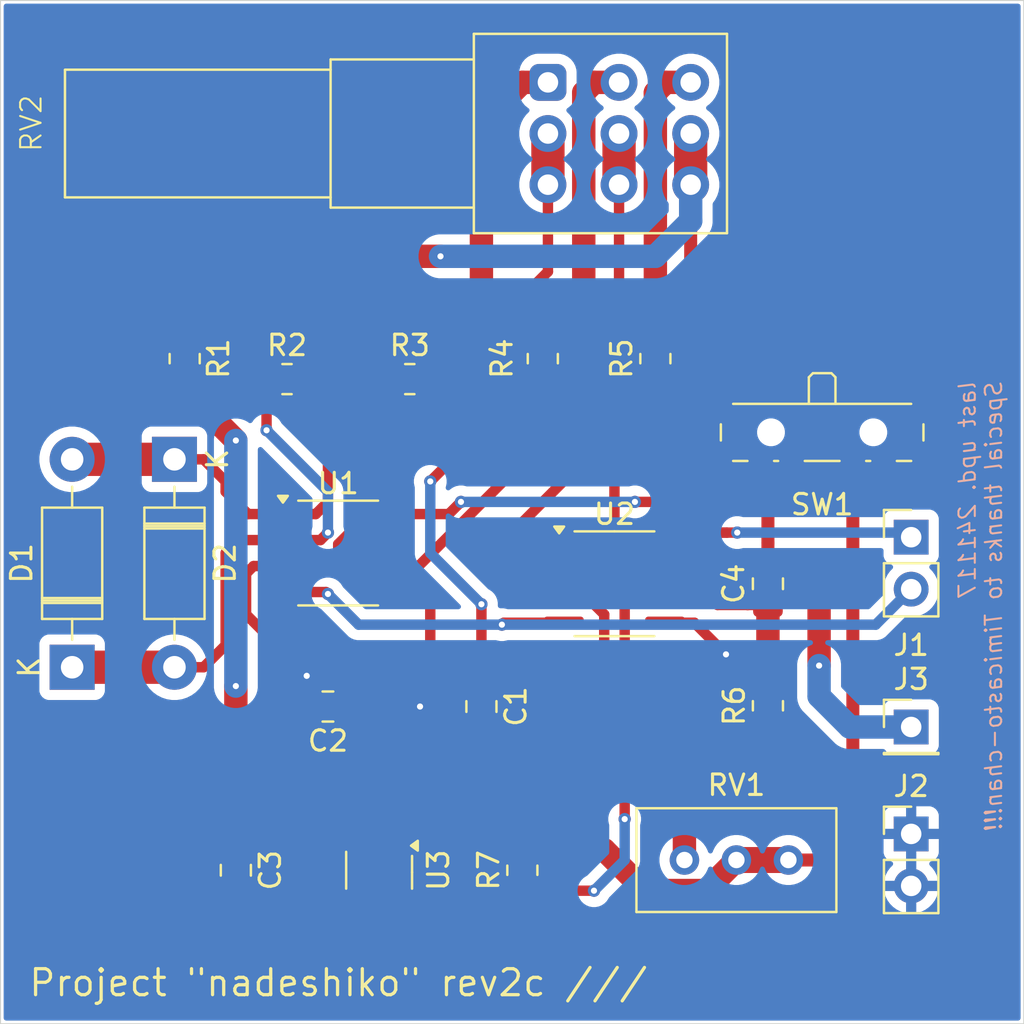
<source format=kicad_pcb>
(kicad_pcb (version 20241010) (generator "pcbnew") (generator_version "8.99")
  (title_block (title "Project nadeshiko") (date "2024-11-16") (rev "2c"))
  (layers (0 "F.Cu" signal) (2 "B.Cu" signal) (13 "F.Paste" user) (15 "B.Paste" user) (5 "F.SilkS" user "F.Silkscreen") (7 "B.SilkS" user "B.Silkscreen") (1 "F.Mask" user) (3 "B.Mask" user) (25 "Edge.Cuts" user))
  (net 0 "")
  (net 1 "GND")
  (net 2 "Net-(U1B-+)")
  (net 3 "Net-(U2A-+)")
  (net 4 "Net-(U3A-+)")
  (net 5 "Net-(U2B--)")
  (net 6 "/OUT")
  (net 7 "Net-(D1-A)")
  (net 8 "Net-(D1-K)")
  (net 9 "Net-(R3-Pad2)")
  (net 10 "Net-(U1B--)")
  (net 11 "Net-(R4-Pad2)")
  (net 12 "Net-(R5-Pad2)")
  (net 13 "Net-(U2A--)")
  (net 14 "Net-(R6-Pad1)")
  (net 15 "+12V")
  (net 16 "Net-(R7-Pad2)")
  (net 18 "-12V")
  (footprint "Potentiometer_THT:Potentiometer_Bourns_3296W_Vertical" (layer "F.Cu") (at 157 109)
    (property "Reference" "RV1" (at -2.54 -3.66 0) (layer "F.SilkS"))
    (property "Value" "R_Potentiometer")
    (fp_line (start -7.425 -2.53) (end -7.425 2.54) (stroke (width 0.12)) (layer "F.SilkS"))
    (fp_line (start -7.425 -2.53) (end 2.345 -2.53) (stroke (width 0.12)) (layer "F.SilkS"))
    (fp_line (start -7.425 2.54) (end 2.345 2.54) (stroke (width 0.12)) (layer "F.SilkS"))
    (fp_line (start 2.345 -2.53) (end 2.345 2.54) (stroke (width 0.12)) (layer "F.SilkS"))
    (pad "1" thru_hole circle (at 0 0) (size 1.44 1.44) (drill 0.8) (layers "*.Cu" "*.Mask") (net 16 "Net-(R7-Pad2)"))
    (pad "2" thru_hole circle (at -2.54 0) (size 1.44 1.44) (drill 0.8) (layers "*.Cu" "*.Mask") (net 16 "Net-(R7-Pad2)"))
    (pad "3" thru_hole circle (at -5.08 0) (size 1.44 1.44) (drill 0.8) (layers "*.Cu" "*.Mask") (net 14 "Net-(R6-Pad1)"))
  )
  (footprint "Package_TO_SOT_SMD:SOT-23-5_HandSoldering" (layer "F.Cu") (at 137 109.5 -90)
    (property "Reference" "U3" (at 0 -2.9 90) (layer "F.SilkS"))
    (property "Value" "TLV1812")
    (fp_line (start -0.9 1.61) (end 0.9 1.61) (stroke (width 0.12)) (layer "F.SilkS"))
    (fp_line (start 0.1 -1.61) (end -0.7 -1.61) (stroke (width 0.12)) (layer "F.SilkS"))
    (fp_line (start 0.1 -1.61) (end 0.9 -1.61) (stroke (width 0.12)) (layer "F.SilkS"))
    (fp_poly (pts (xy -1.2 -1.56) (xy -1.44 -1.89) (xy -0.96 -1.89) (xy -1.2 -1.56)) (stroke (width 0.12)) (fill solid) (layer "F.SilkS"))
    (pad "1" smd roundrect (at -1.35 -0.95 270) (size 1.56 0.65) (layers "F.Cu" "F.Mask" "F.Paste") (net 16 "Net-(R7-Pad2)"))
    (pad "2" smd roundrect (at -1.35 0 270) (size 1.56 0.65) (layers "F.Cu" "F.Mask" "F.Paste") (net 1 "GND"))
    (pad "3" smd roundrect (at -1.35 0.95 270) (size 1.56 0.65) (layers "F.Cu" "F.Mask" "F.Paste") (net 4 "Net-(U3A-+)"))
    (pad "4" smd roundrect (at 1.35 0.95 270) (size 1.56 0.65) (layers "F.Cu" "F.Mask" "F.Paste") (net 1 "GND"))
    (pad "5" smd roundrect (at 1.35 -0.95 270) (size 1.56 0.65) (layers "F.Cu" "F.Mask" "F.Paste") (net 15 "+12V"))
  )
  (footprint "Connector_PinHeader_2.54mm:PinHeader_1x01_P2.54mm_Vertical" (layer "F.Cu") (at 163 102.5)
    (property "Reference" "J3" (at 0 -2.33 0) (layer "F.SilkS"))
    (property "Value" "OUT_Pin")
    (fp_line (start -1.33 -1.33) (end 0 -1.33) (stroke (width 0.12)) (layer "F.SilkS"))
    (fp_line (start -1.33 0) (end -1.33 -1.33) (stroke (width 0.12)) (layer "F.SilkS"))
    (fp_line (start -1.33 1.27) (end -1.33 1.33) (stroke (width 0.12)) (layer "F.SilkS"))
    (fp_line (start -1.33 1.27) (end 1.33 1.27) (stroke (width 0.12)) (layer "F.SilkS"))
    (fp_line (start -1.33 1.33) (end 1.33 1.33) (stroke (width 0.12)) (layer "F.SilkS"))
    (fp_line (start 1.33 1.27) (end 1.33 1.33) (stroke (width 0.12)) (layer "F.SilkS"))
    (pad "1" thru_hole rect (at 0 0) (size 1.7 1.7) (drill 1) (layers "*.Cu" "*.Mask") (net 6 "/OUT"))
  )
  (footprint "Resistor_SMD:R_0805_2012Metric_Pad1.20x1.40mm_HandSolder" (layer "F.Cu") (at 138.5 85.5)
    (property "Reference" "R3" (at 0 -1.65 0) (layer "F.SilkS"))
    (property "Value" "10k")
    (fp_line (start -0.227064 -0.735) (end 0.227064 -0.735) (stroke (width 0.12)) (layer "F.SilkS"))
    (fp_line (start -0.227064 0.735) (end 0.227064 0.735) (stroke (width 0.12)) (layer "F.SilkS"))
    (pad "1" smd roundrect (at -1 0) (size 1.2 1.4) (layers "F.Cu" "F.Mask" "F.Paste") (roundrect_rratio 0.208333) (net 7 "Net-(D1-A)"))
    (pad "2" smd roundrect (at 1 0) (size 1.2 1.4) (layers "F.Cu" "F.Mask" "F.Paste") (roundrect_rratio 0.208333) (net 9 "Net-(R3-Pad2)"))
  )
  (footprint "Resistor_SMD:R_0805_2012Metric_Pad1.20x1.40mm_HandSolder" (layer "F.Cu") (at 156 101.4625 90)
    (property "Reference" "R6" (at 0 -1.65 90) (layer "F.SilkS"))
    (property "Value" "8k")
    (fp_line (start -0.227064 -0.735) (end 0.227064 -0.735) (stroke (width 0.12)) (layer "F.SilkS"))
    (fp_line (start -0.227064 0.735) (end 0.227064 0.735) (stroke (width 0.12)) (layer "F.SilkS"))
    (pad "1" smd roundrect (at -1 0 90) (size 1.2 1.4) (layers "F.Cu" "F.Mask" "F.Paste") (roundrect_rratio 0.208333) (net 14 "Net-(R6-Pad1)"))
    (pad "2" smd roundrect (at 1 0 90) (size 1.2 1.4) (layers "F.Cu" "F.Mask" "F.Paste") (roundrect_rratio 0.208333) (net 5 "Net-(U2B--)"))
  )
  (footprint "Resistor_SMD:R_0805_2012Metric_Pad1.20x1.40mm_HandSolder" (layer "F.Cu") (at 127.5 84.5 -90)
    (property "Reference" "R1" (at 0 -1.65 90) (layer "F.SilkS"))
    (property "Value" "10k")
    (fp_line (start -0.227064 0.735) (end 0.227064 0.735) (stroke (width 0.12)) (layer "F.SilkS"))
    (fp_line (start -0.227064 -0.735) (end 0.227064 -0.735) (stroke (width 0.12)) (layer "F.SilkS"))
    (pad "1" smd roundrect (at -1 0 270) (size 1.2 1.4) (layers "F.Cu" "F.Mask" "F.Paste") (roundrect_rratio 0.208333) (net 4 "Net-(U3A-+)"))
    (pad "2" smd roundrect (at 1 0 270) (size 1.2 1.4) (layers "F.Cu" "F.Mask" "F.Paste") (roundrect_rratio 0.208333) (net 8 "Net-(D1-K)"))
  )
  (footprint "Capacitor_SMD:C_0805_2012Metric_Pad1.18x1.45mm_HandSolder" (layer "F.Cu") (at 134.5 101.5 180)
    (property "Reference" "C2" (at 0 -1.68 0) (layer "F.SilkS"))
    (property "Value" "3.3nF")
    (fp_line (start -0.261252 0.735) (end 0.261252 0.735) (stroke (width 0.12)) (layer "F.SilkS"))
    (fp_line (start -0.261252 -0.735) (end 0.261252 -0.735) (stroke (width 0.12)) (layer "F.SilkS"))
    (pad "1" smd roundrect (at -1.0375 0 180) (size 1.175 1.45) (layers "F.Cu" "F.Mask" "F.Paste") (roundrect_rratio 0.212766) (net 3 "Net-(U2A-+)"))
    (pad "2" smd roundrect (at 1.0375 0 180) (size 1.175 1.45) (layers "F.Cu" "F.Mask" "F.Paste") (roundrect_rratio 0.212766) (net 1 "GND"))
  )
  (footprint "custom_library:potentiometer_RK097_Tri" (layer "F.Cu") (at 137 83.5)
    (property "Reference" "RV2" (at -17 -10.5 90) (layer "F.SilkS") (effects (font (thickness 0.1))))
    (property "Value" "potentiometer_RK097_Tri")
    (fp_line (start -15.35 -6.88) (end -15.35 -13.1) (stroke (width 0.12)) (layer "F.SilkS"))
    (fp_line (start -2.37 -13.12) (end -15.35 -13.12) (stroke (width 0.12)) (layer "F.SilkS"))
    (fp_line (start -2.37 -6.88) (end -15.35 -6.88) (stroke (width 0.12)) (layer "F.SilkS"))
    (fp_line (start -2.37 -6.38) (end -2.37 -13.62) (stroke (width 0.12)) (layer "F.SilkS"))
    (fp_line (start 4.63 -13.62) (end -2.37 -13.62) (stroke (width 0.12)) (layer "F.SilkS"))
    (fp_line (start 4.63 -6.38) (end -2.37 -6.38) (stroke (width 0.12)) (layer "F.SilkS"))
    (fp_line (start 4.63 -5.13) (end 4.63 -14.87) (stroke (width 0.12)) (layer "F.SilkS"))
    (fp_line (start 17 -14.87) (end 4.63 -14.87) (stroke (width 0.12)) (layer "F.SilkS"))
    (fp_line (start 17 -5.13) (end 4.63 -5.13) (stroke (width 0.12)) (layer "F.SilkS"))
    (fp_line (start 17 -5.13) (end 17 -14.87) (stroke (width 0.12)) (layer "F.SilkS"))
    (pad "1" thru_hole roundrect (at 8.25 -12.5 180) (size 1.8 1.8) (drill 1) (layers "*.Cu" "*.Mask") (net 9 "Net-(R3-Pad2)"))
    (pad "2" thru_hole circle (at 8.25 -10 180) (size 1.8 1.8) (drill 1) (layers "*.Cu" "*.Mask") (net 2 "Net-(U1B-+)"))
    (pad "3" thru_hole circle (at 8.25 -7.5 180) (size 1.8 1.8) (drill 1) (layers "*.Cu" "*.Mask") (net 2 "Net-(U1B-+)"))
    (pad "4" thru_hole circle (at 11.725 -12.5 180) (size 1.8 1.8) (drill 1) (layers "*.Cu" "*.Mask") (net 11 "Net-(R4-Pad2)"))
    (pad "5" thru_hole circle (at 11.725 -10 180) (size 1.8 1.8) (drill 1) (layers "*.Cu" "*.Mask") (net 3 "Net-(U2A-+)"))
    (pad "6" thru_hole circle (at 11.725 -7.5 180) (size 1.8 1.8) (drill 1) (layers "*.Cu" "*.Mask") (net 3 "Net-(U2A-+)"))
    (pad "7" thru_hole circle (at 15.225 -12.5 180) (size 1.8 1.8) (drill 1) (layers "*.Cu" "*.Mask") (net 12 "Net-(R5-Pad2)"))
    (pad "8" thru_hole circle (at 15.225 -10 180) (size 1.8 1.8) (drill 1) (layers "*.Cu" "*.Mask") (net 4 "Net-(U3A-+)"))
    (pad "9" thru_hole circle (at 15.225 -7.5 180) (size 1.8 1.8) (drill 1) (layers "*.Cu" "*.Mask") (net 4 "Net-(U3A-+)"))
  )
  (footprint "Capacitor_SMD:C_0805_2012Metric_Pad1.18x1.45mm_HandSolder" (layer "F.Cu") (at 142 101.5 -90)
    (property "Reference" "C1" (at 0 -1.68 90) (layer "F.SilkS"))
    (property "Value" "3.3nF")
    (fp_line (start -0.261252 0.735) (end 0.261252 0.735) (stroke (width 0.12)) (layer "F.SilkS"))
    (fp_line (start -0.261252 -0.735) (end 0.261252 -0.735) (stroke (width 0.12)) (layer "F.SilkS"))
    (pad "1" smd roundrect (at -1.0375 0 270) (size 1.175 1.45) (layers "F.Cu" "F.Mask" "F.Paste") (roundrect_rratio 0.212766) (net 2 "Net-(U1B-+)"))
    (pad "2" smd roundrect (at 1.0375 0 270) (size 1.175 1.45) (layers "F.Cu" "F.Mask" "F.Paste") (roundrect_rratio 0.212766) (net 1 "GND"))
  )
  (footprint "Diode_THT:D_DO-41_SOD81_P10.16mm_Horizontal" (layer "F.Cu") (at 122 99.58 90)
    (property "Reference" "D1" (at 5.08 -2.47 90) (layer "F.SilkS"))
    (property "Value" "1N4742")
    (fp_line (start 7.8 -1.47) (end 2.36 -1.47) (stroke (width 0.12)) (layer "F.SilkS"))
    (fp_line (start 3.38 -1.47) (end 3.38 1.47) (stroke (width 0.12)) (layer "F.SilkS"))
    (fp_line (start 3.26 -1.47) (end 3.26 1.47) (stroke (width 0.12)) (layer "F.SilkS"))
    (fp_line (start 3.14 -1.47) (end 3.14 1.47) (stroke (width 0.12)) (layer "F.SilkS"))
    (fp_line (start 2.36 -1.47) (end 2.36 1.47) (stroke (width 0.12)) (layer "F.SilkS"))
    (fp_line (start 8.82 0) (end 7.8 0) (stroke (width 0.12)) (layer "F.SilkS"))
    (fp_line (start 1.34 0) (end 2.36 0) (stroke (width 0.12)) (layer "F.SilkS"))
    (fp_line (start 7.8 1.47) (end 7.8 -1.47) (stroke (width 0.12)) (layer "F.SilkS"))
    (fp_line (start 2.36 1.47) (end 7.8 1.47) (stroke (width 0.12)) (layer "F.SilkS"))
    (fp_text user "K" (at 0 -2.1 90) (layer "F.SilkS"))
    (pad "1" thru_hole rect (at 0 0 90) (size 2.2 2.2) (drill 1.1) (layers "*.Cu" "*.Mask") (net 8 "Net-(D1-K)"))
    (pad "2" thru_hole oval (at 10.16 0 90) (size 2.2 2.2) (drill 1.1) (layers "*.Cu" "*.Mask") (net 7 "Net-(D1-A)"))
  )
  (footprint "Resistor_SMD:R_0805_2012Metric_Pad1.20x1.40mm_HandSolder" (layer "F.Cu") (at 150.5 84.5 90)
    (property "Reference" "R5" (at 0 -1.65 90) (layer "F.SilkS"))
    (property "Value" "10k")
    (fp_line (start -0.227064 -0.735) (end 0.227064 -0.735) (stroke (width 0.12)) (layer "F.SilkS"))
    (fp_line (start -0.227064 0.735) (end 0.227064 0.735) (stroke (width 0.12)) (layer "F.SilkS"))
    (pad "1" smd roundrect (at -1 0 90) (size 1.2 1.4) (layers "F.Cu" "F.Mask" "F.Paste") (roundrect_rratio 0.208333) (net 13 "Net-(U2A--)"))
    (pad "2" smd roundrect (at 1 0 90) (size 1.2 1.4) (layers "F.Cu" "F.Mask" "F.Paste") (roundrect_rratio 0.208333) (net 12 "Net-(R5-Pad2)"))
  )
  (footprint "Connector_PinHeader_2.54mm:PinHeader_1x02_P2.54mm_Vertical" (layer "F.Cu") (at 163 107.725)
    (property "Reference" "J2" (at 0 -2.33 0) (layer "F.SilkS"))
    (property "Value" "GND_Pin")
    (fp_line (start -1.33 -1.33) (end 0 -1.33) (stroke (width 0.12)) (layer "F.SilkS"))
    (fp_line (start -1.33 0) (end -1.33 -1.33) (stroke (width 0.12)) (layer "F.SilkS"))
    (fp_line (start -1.33 1.27) (end -1.33 3.87) (stroke (width 0.12)) (layer "F.SilkS"))
    (fp_line (start -1.33 1.27) (end 1.33 1.27) (stroke (width 0.12)) (layer "F.SilkS"))
    (fp_line (start -1.33 3.87) (end 1.33 3.87) (stroke (width 0.12)) (layer "F.SilkS"))
    (fp_line (start 1.33 1.27) (end 1.33 3.87) (stroke (width 0.12)) (layer "F.SilkS"))
    (pad "1" thru_hole rect (at 0 0) (size 1.7 1.7) (drill 1) (layers "*.Cu" "*.Mask") (net 1 "GND"))
    (pad "2" thru_hole oval (at 0 2.54) (size 1.7 1.7) (drill 1) (layers "*.Cu" "*.Mask") (net 1 "GND"))
  )
  (footprint "Capacitor_SMD:C_0805_2012Metric_Pad1.18x1.45mm_HandSolder" (layer "F.Cu") (at 130 109.5 -90)
    (property "Reference" "C3" (at 0 -1.68 90) (layer "F.SilkS"))
    (property "Value" "3.3nF")
    (fp_line (start -0.261252 0.735) (end 0.261252 0.735) (stroke (width 0.12)) (layer "F.SilkS"))
    (fp_line (start -0.261252 -0.735) (end 0.261252 -0.735) (stroke (width 0.12)) (layer "F.SilkS"))
    (pad "1" smd roundrect (at -1.0375 0 270) (size 1.175 1.45) (layers "F.Cu" "F.Mask" "F.Paste") (roundrect_rratio 0.212766) (net 4 "Net-(U3A-+)"))
    (pad "2" smd roundrect (at 1.0375 0 270) (size 1.175 1.45) (layers "F.Cu" "F.Mask" "F.Paste") (roundrect_rratio 0.212766) (net 1 "GND"))
  )
  (footprint "Resistor_SMD:R_0805_2012Metric_Pad1.20x1.40mm_HandSolder" (layer "F.Cu") (at 145 84.5 90)
    (property "Reference" "R4" (at 0 -2 90) (layer "F.SilkS"))
    (property "Value" "10k")
    (fp_line (start -0.227064 -0.735) (end 0.227064 -0.735) (stroke (width 0.12)) (layer "F.SilkS"))
    (fp_line (start -0.227064 0.735) (end 0.227064 0.735) (stroke (width 0.12)) (layer "F.SilkS"))
    (pad "1" smd roundrect (at -1 0 90) (size 1.2 1.4) (layers "F.Cu" "F.Mask" "F.Paste") (roundrect_rratio 0.208333) (net 10 "Net-(U1B--)"))
    (pad "2" smd roundrect (at 1 0 90) (size 1.2 1.4) (layers "F.Cu" "F.Mask" "F.Paste") (roundrect_rratio 0.208333) (net 11 "Net-(R4-Pad2)"))
  )
  (footprint "Diode_THT:D_DO-41_SOD81_P10.16mm_Horizontal" (layer "F.Cu") (at 127 89.42 -90)
    (property "Reference" "D2" (at 5.08 -2.47 90) (layer "F.SilkS"))
    (property "Value" "1N4742" (hide yes))
    (fp_line (start 2.36 1.47) (end 7.8 1.47) (stroke (width 0.12)) (layer "F.SilkS"))
    (fp_line (start 7.8 1.47) (end 7.8 -1.47) (stroke (width 0.12)) (layer "F.SilkS"))
    (fp_line (start 1.34 0) (end 2.36 0) (stroke (width 0.12)) (layer "F.SilkS"))
    (fp_line (start 8.82 0) (end 7.8 0) (stroke (width 0.12)) (layer "F.SilkS"))
    (fp_line (start 2.36 -1.47) (end 2.36 1.47) (stroke (width 0.12)) (layer "F.SilkS"))
    (fp_line (start 3.14 -1.47) (end 3.14 1.47) (stroke (width 0.12)) (layer "F.SilkS"))
    (fp_line (start 3.26 -1.47) (end 3.26 1.47) (stroke (width 0.12)) (layer "F.SilkS"))
    (fp_line (start 3.38 -1.47) (end 3.38 1.47) (stroke (width 0.12)) (layer "F.SilkS"))
    (fp_line (start 7.8 -1.47) (end 2.36 -1.47) (stroke (width 0.12)) (layer "F.SilkS"))
    (fp_text user "K" (at 0 -2.1 90) (layer "F.SilkS"))
    (pad "1" thru_hole rect (at 0 0 270) (size 2.2 2.2) (drill 1.1) (layers "*.Cu" "*.Mask") (net 7 "Net-(D1-A)"))
    (pad "2" thru_hole oval (at 10.16 0 270) (size 2.2 2.2) (drill 1.1) (layers "*.Cu" "*.Mask") (net 8 "Net-(D1-K)"))
  )
  (footprint "Package_SO:SOIC-8_3.9x4.9mm_P1.27mm" (layer "F.Cu") (at 148.5 95.5)
    (property "Reference" "U2" (at 0 -3.4 0) (layer "F.SilkS"))
    (property "Value" "OPA2189")
    (fp_line (start 0 -2.56) (end -1.95 -2.56) (stroke (width 0.12)) (layer "F.SilkS"))
    (fp_line (start 0 -2.56) (end 1.95 -2.56) (stroke (width 0.12)) (layer "F.SilkS"))
    (fp_line (start 0 2.56) (end -1.95 2.56) (stroke (width 0.12)) (layer "F.SilkS"))
    (fp_line (start 0 2.56) (end 1.95 2.56) (stroke (width 0.12)) (layer "F.SilkS"))
    (fp_poly (pts (xy -2.7 -2.465) (xy -2.94 -2.795) (xy -2.46 -2.795) (xy -2.7 -2.465)) (stroke (width 0.12)) (fill solid) (layer "F.SilkS"))
    (pad "1" smd roundrect (at -2.475 -1.905) (size 1.95 0.6) (layers "F.Cu" "F.Mask" "F.Paste") (net 13 "Net-(U2A--)"))
    (pad "2" smd roundrect (at -2.475 -0.635) (size 1.95 0.6) (layers "F.Cu" "F.Mask" "F.Paste") (net 13 "Net-(U2A--)"))
    (pad "3" smd roundrect (at -2.475 0.635) (size 1.95 0.6) (layers "F.Cu" "F.Mask" "F.Paste") (net 3 "Net-(U2A-+)"))
    (pad "4" smd roundrect (at -2.475 1.905) (size 1.95 0.6) (layers "F.Cu" "F.Mask" "F.Paste") (net 18 "-12V"))
    (pad "5" smd roundrect (at 2.475 1.905) (size 1.95 0.6) (layers "F.Cu" "F.Mask" "F.Paste") (net 1 "GND"))
    (pad "6" smd roundrect (at 2.475 0.635) (size 1.95 0.6) (layers "F.Cu" "F.Mask" "F.Paste") (net 5 "Net-(U2B--)"))
    (pad "7" smd roundrect (at 2.475 -0.635) (size 1.95 0.6) (layers "F.Cu" "F.Mask" "F.Paste") (net 6 "/OUT"))
    (pad "8" smd roundrect (at 2.475 -1.905) (size 1.95 0.6) (layers "F.Cu" "F.Mask" "F.Paste") (net 15 "+12V"))
  )
  (footprint "Button_Switch_SMD:SW_SP3T_PCM13" (layer "F.Cu") (at 158.65 88.43 180)
    (property "Reference" "SW1" (at 0 -3.2 0) (layer "F.SilkS"))
    (property "Value" "SW_SP3T")
    (fp_line (start 4.95 0.72) (end 4.95 -0.07) (stroke (width 0.12)) (layer "F.SilkS"))
    (fp_line (start 3.65 -1.07) (end 4.35 -1.07) (stroke (width 0.12)) (layer "F.SilkS"))
    (fp_line (start 2.15 -1.07) (end 2.35 -1.07) (stroke (width 0.12)) (layer "F.SilkS"))
    (fp_line (start 0.65 3.02) (end 0.65 1.72) (stroke (width 0.12)) (layer "F.SilkS"))
    (fp_line (start 0.65 3.02) (end 0.45 3.22) (stroke (width 0.12)) (layer "F.SilkS"))
    (fp_line (start 0.45 3.22) (end -0.45 3.22) (stroke (width 0.12)) (layer "F.SilkS"))
    (fp_line (start -0.65 3.02) (end -0.45 3.22) (stroke (width 0.12)) (layer "F.SilkS"))
    (fp_line (start -0.65 1.72) (end -0.65 3.02) (stroke (width 0.12)) (layer "F.SilkS"))
    (fp_line (start -0.85 -1.07) (end 0.85 -1.07) (stroke (width 0.12)) (layer "F.SilkS"))
    (fp_line (start -2.35 -1.07) (end -2.15 -1.07) (stroke (width 0.12)) (layer "F.SilkS"))
    (fp_line (start -4.35 1.72) (end 4.35 1.72) (stroke (width 0.12)) (layer "F.SilkS"))
    (fp_line (start -4.35 -1.07) (end -3.65 -1.07) (stroke (width 0.12)) (layer "F.SilkS"))
    (fp_line (start -4.95 -0.07) (end -4.95 0.72) (stroke (width 0.12)) (layer "F.SilkS"))
    (pad "" smd rect (at -5.15 -0.78 180) (size 1 0.8) (layers "F.Cu" "F.Mask" "F.Paste"))
    (pad "" smd rect (at -5.15 1.43 180) (size 1 0.8) (layers "F.Cu" "F.Mask" "F.Paste"))
    (pad "" np_thru_hole circle (at -2.5 0.33 180) (size 0.9 0.9) (drill 0.9) (layers "*.Cu" "*.Mask"))
    (pad "" np_thru_hole circle (at 2.5 0.33 180) (size 0.9 0.9) (drill 0.9) (layers "*.Cu" "*.Mask"))
    (pad "" smd rect (at 5.15 -0.78 180) (size 1 0.8) (layers "F.Cu" "F.Mask" "F.Paste"))
    (pad "" smd rect (at 5.15 1.43 180) (size 1 0.8) (layers "F.Cu" "F.Mask" "F.Paste"))
    (pad "1" smd rect (at -3 -1.43 180) (size 0.7 1.5) (layers "F.Cu" "F.Mask" "F.Paste") (net 4 "Net-(U3A-+)"))
    (pad "2" smd rect (at -1.5 -1.43 180) (size 0.7 1.5) (layers "F.Cu" "F.Mask" "F.Paste") (net 16 "Net-(R7-Pad2)"))
    (pad "3" smd rect (at 1.5 -1.43 180) (size 0.7 1.5) (layers "F.Cu" "F.Mask" "F.Paste") (net 6 "/OUT"))
    (pad "4" smd rect (at 3 -1.43 180) (size 0.7 1.5) (layers "F.Cu" "F.Mask" "F.Paste"))
  )
  (footprint "Package_SO:SOIC-8_3.9x4.9mm_P1.27mm" (layer "F.Cu") (at 135 94)
    (property "Reference" "U1" (at 0 -3.4 0) (layer "F.SilkS"))
    (property "Value" "OPA2189")
    (fp_line (start 0 -2.56) (end -1.95 -2.56) (stroke (width 0.12)) (layer "F.SilkS"))
    (fp_line (start 0 -2.56) (end 1.95 -2.56) (stroke (width 0.12)) (layer "F.SilkS"))
    (fp_line (start 0 2.56) (end -1.95 2.56) (stroke (width 0.12)) (layer "F.SilkS"))
    (fp_line (start 0 2.56) (end 1.95 2.56) (stroke (width 0.12)) (layer "F.SilkS"))
    (fp_poly (pts (xy -2.7 -2.465) (xy -2.94 -2.795) (xy -2.46 -2.795) (xy -2.7 -2.465)) (stroke (width 0.12)) (fill solid) (layer "F.SilkS"))
    (pad "1" smd roundrect (at -2.475 -1.905) (size 1.95 0.6) (layers "F.Cu" "F.Mask" "F.Paste") (net 7 "Net-(D1-A)"))
    (pad "2" smd roundrect (at -2.475 -0.635) (size 1.95 0.6) (layers "F.Cu" "F.Mask" "F.Paste") (net 8 "Net-(D1-K)"))
    (pad "3" smd roundrect (at -2.475 0.635) (size 1.95 0.6) (layers "F.Cu" "F.Mask" "F.Paste") (net 1 "GND"))
    (pad "4" smd roundrect (at -2.475 1.905) (size 1.95 0.6) (layers "F.Cu" "F.Mask" "F.Paste") (net 18 "-12V"))
    (pad "5" smd roundrect (at 2.475 1.905) (size 1.95 0.6) (layers "F.Cu" "F.Mask" "F.Paste") (net 2 "Net-(U1B-+)"))
    (pad "6" smd roundrect (at 2.475 0.635) (size 1.95 0.6) (layers "F.Cu" "F.Mask" "F.Paste") (net 10 "Net-(U1B--)"))
    (pad "7" smd roundrect (at 2.475 -0.635) (size 1.95 0.6) (layers "F.Cu" "F.Mask" "F.Paste") (net 10 "Net-(U1B--)"))
    (pad "8" smd roundrect (at 2.475 -1.905) (size 1.95 0.6) (layers "F.Cu" "F.Mask" "F.Paste") (net 15 "+12V"))
  )
  (footprint "Resistor_SMD:R_0805_2012Metric_Pad1.20x1.40mm_HandSolder" (layer "F.Cu") (at 132.5 85.5)
    (property "Reference" "R2" (at 0 -1.65 0) (layer "F.SilkS"))
    (property "Value" "300k")
    (fp_line (start -0.227064 -0.735) (end 0.227064 -0.735) (stroke (width 0.12)) (layer "F.SilkS"))
    (fp_line (start -0.227064 0.735) (end 0.227064 0.735) (stroke (width 0.12)) (layer "F.SilkS"))
    (pad "1" smd roundrect (at -1 0) (size 1.2 1.4) (layers "F.Cu" "F.Mask" "F.Paste") (roundrect_rratio 0.208333) (net 8 "Net-(D1-K)"))
    (pad "2" smd roundrect (at 1 0) (size 1.2 1.4) (layers "F.Cu" "F.Mask" "F.Paste") (roundrect_rratio 0.208333) (net 7 "Net-(D1-A)"))
  )
  (footprint "Capacitor_SMD:C_0805_2012Metric_Pad1.18x1.45mm_HandSolder" (layer "F.Cu") (at 156 95.5 90)
    (property "Reference" "C4" (at 0 -1.68 90) (layer "F.SilkS"))
    (property "Value" "47nF")
    (fp_line (start -0.261252 -0.735) (end 0.261252 -0.735) (stroke (width 0.12)) (layer "F.SilkS"))
    (fp_line (start -0.261252 0.735) (end 0.261252 0.735) (stroke (width 0.12)) (layer "F.SilkS"))
    (pad "1" smd roundrect (at -1.0375 0 90) (size 1.175 1.45) (layers "F.Cu" "F.Mask" "F.Paste") (roundrect_rratio 0.212766) (net 5 "Net-(U2B--)"))
    (pad "2" smd roundrect (at 1.0375 0 90) (size 1.175 1.45) (layers "F.Cu" "F.Mask" "F.Paste") (roundrect_rratio 0.212766) (net 6 "/OUT"))
  )
  (footprint "Resistor_SMD:R_0805_2012Metric_Pad1.20x1.40mm_HandSolder" (layer "F.Cu") (at 144 109.5 90)
    (property "Reference" "R7" (at 0 -1.65 90) (layer "F.SilkS"))
    (property "Value" "1k")
    (fp_line (start -0.227064 -0.735) (end 0.227064 -0.735) (stroke (width 0.12)) (layer "F.SilkS"))
    (fp_line (start -0.227064 0.735) (end 0.227064 0.735) (stroke (width 0.12)) (layer "F.SilkS"))
    (pad "1" smd roundrect (at -1 0 90) (size 1.2 1.4) (layers "F.Cu" "F.Mask" "F.Paste") (roundrect_rratio 0.208333) (net 15 "+12V"))
    (pad "2" smd roundrect (at 1 0 90) (size 1.2 1.4) (layers "F.Cu" "F.Mask" "F.Paste") (roundrect_rratio 0.208333) (net 16 "Net-(R7-Pad2)"))
  )
  (footprint "Connector_PinHeader_2.54mm:PinHeader_1x02_P2.54mm_Vertical" (layer "F.Cu") (at 163 93.225)
    (property "Reference" "J1" (at 0 5.275 0) (layer "F.SilkS"))
    (property "Value" "12V_Pin")
    (fp_line (start -1.33 -1.33) (end 0 -1.33) (stroke (width 0.12)) (layer "F.SilkS"))
    (fp_line (start -1.33 0) (end -1.33 -1.33) (stroke (width 0.12)) (layer "F.SilkS"))
    (fp_line (start -1.33 1.27) (end -1.33 3.87) (stroke (width 0.12)) (layer "F.SilkS"))
    (fp_line (start -1.33 1.27) (end 1.33 1.27) (stroke (width 0.12)) (layer "F.SilkS"))
    (fp_line (start -1.33 3.87) (end 1.33 3.87) (stroke (width 0.12)) (layer "F.SilkS"))
    (fp_line (start 1.33 1.27) (end 1.33 3.87) (stroke (width 0.12)) (layer "F.SilkS"))
    (pad "1" thru_hole rect (at 0 0) (size 1.7 1.7) (drill 1) (layers "*.Cu" "*.Mask") (net 15 "+12V"))
    (pad "2" thru_hole oval (at 0 2.54) (size 1.7 1.7) (drill 1) (layers "*.Cu" "*.Mask") (net 18 "-12V"))
  )
  (gr_rect (start 118.5 67) (end 168.5 117) (stroke (width 0.05)) (fill none) (layer "Edge.Cuts"))
  (gr_text "Project {dblquote}nadeshiko{dblquote} rev2c ///" (at 135 115 0) (layer "F.SilkS") (effects (font (size 1.27 1.27))))
  (gr_text "last upd. 241117\nSpecial thanks to Timicasto-chan!!!" (at 167.5 85.5 90) (layer "B.SilkS") (effects (font (size 0.8 0.8) (thickness 0.1) (italic yes)) (justify left bottom mirror)))
  (segment (start 130.5 95) (end 130.5 97) (width 0.508) (layer "F.Cu") (net 1))
  (segment (start 137 109) (end 137 108.15) (width 0.635) (layer "F.Cu") (net 1))
  (segment (start 137 108.15) (end 137 106.819132) (width 0.635) (layer "F.Cu") (net 1))
  (segment (start 136.05 111.95) (end 135.5 112.5) (width 0.635) (layer "F.Cu") (net 1))
  (segment (start 141.832501 102.5375) (end 142 102.5375) (width 0.2) (layer "F.Cu") (net 1))
  (segment (start 142 102.5375) (end 140.0375 102.5375) (width 1.143) (layer "F.Cu") (net 1))
  (segment (start 133.4625 99.9625) (end 133.4625 100) (width 0.508) (layer "F.Cu") (net 1))
  (segment (start 137 106.819132) (end 133.5 103.319132) (width 0.635) (layer "F.Cu") (net 1))
  (segment (start 133.5 101.5375) (end 133.4625 101.5) (width 0.635) (layer "F.Cu") (net 1))
  (segment (start 133.5 103.319132) (end 133.5 101.5375) (width 0.635) (layer "F.Cu") (net 1))
  (segment (start 132.525 94.635) (end 130.865 94.635) (width 0.508) (layer "F.Cu") (net 1))
  (segment (start 133.4625 101.5) (end 133.4625 101.58793) (width 0.2) (layer "F.Cu") (net 1))
  (segment (start 132.5375 110.5375) (end 130 110.5375) (width 0.635) (layer "F.Cu") (net 1))
  (segment (start 133.4625 100) (end 133.4625 101.5) (width 0.508) (layer "F.Cu") (net 1))
  (segment (start 136.05 110.85) (end 136.05 109.95) (width 0.635) (layer "F.Cu") (net 1))
  (segment (start 136.05 109.95) (end 137 109) (width 0.635) (layer "F.Cu") (net 1))
  (segment (start 150.975 97.405) (end 152.405 97.405) (width 0.508) (layer "F.Cu") (net 1))
  (segment (start 130.865 94.635) (end 130.5 95) (width 0.508) (layer "F.Cu") (net 1))
  (segment (start 130.5 97) (end 133.4625 99.9625) (width 0.508) (layer "F.Cu") (net 1))
  (segment (start 152.405 97.405) (end 153.951129 98.951129) (width 0.508) (layer "F.Cu") (net 1))
  (segment (start 136.05 110.85) (end 136.05 111.95) (width 0.635) (layer "F.Cu") (net 1))
  (segment (start 135.5 112.5) (end 134.5 112.5) (width 0.635) (layer "F.Cu") (net 1))
  (segment (start 134.5 112.5) (end 132.5375 110.5375) (width 0.635) (layer "F.Cu") (net 1))
  (segment (start 140.0375 102.5375) (end 139 101.5) (width 1.143) (layer "F.Cu") (net 1))
  (segment (start 141.6125 102.925) (end 142 102.5375) (width 0.2) (layer "F.Cu") (net 1))
  (via (at 153.951129 98.951129) (size 0.6) (drill 0.3) (layers "F.Cu" "B.Cu") (net 1))
  (via (at 133.4625 100) (size 0.6) (drill 0.3) (layers "F.Cu" "B.Cu") (net 1))
  (via (at 139 101.5) (size 0.6) (drill 0.3) (layers "F.Cu" "B.Cu") (net 1))
  (segment (start 162.725 107.725) (end 163 107.725) (width 1.143) (layer "B.Cu") (net 1))
  (segment (start 145.25 73.5) (end 145.25 76) (width 1.6256) (layer "F.Cu") (net 2))
  (segment (start 137.475 95.905) (end 138.905 95.905) (width 0.508) (layer "F.Cu") (net 2))
  (segment (start 139.5 96.5) (end 139.5 99.5) (width 0.508) (layer "F.Cu") (net 2))
  (segment (start 143.5 86.5) (end 143.5 82) (width 0.508) (layer "F.Cu") (net 2))
  (segment (start 143.5 82) (end 145.25 80.25) (width 0.508) (layer "F.Cu") (net 2))
  (segment (start 141 100.4625) (end 141.0375 100.4625) (width 0.508) (layer "F.Cu") (net 2))
  (segment (start 140.4625 100.4625) (end 141 100.4625) (width 0.508) (layer "F.Cu") (net 2))
  (segment (start 142 100.4625) (end 142 99.5) (width 0.508) (layer "F.Cu") (net 2))
  (segment (start 138.905 95.905) (end 139.5 96.5) (width 0.508) (layer "F.Cu") (net 2))
  (segment (start 139.5 90.5) (end 143.5 86.5) (width 0.508) (layer "F.Cu") (net 2))
  (segment (start 142 99.5) (end 142 96.5) (width 0.508) (layer "F.Cu") (net 2))
  (segment (start 139.5 99.5) (end 140.4625 100.4625) (width 0.508) (layer "F.Cu") (net 2))
  (segment (start 145.25 80.25) (end 145.25 76) (width 0.508) (layer "F.Cu") (net 2))
  (segment (start 141 100.4625) (end 142 100.4625) (width 0.508) (layer "F.Cu") (net 2))
  (via (at 142 96.5) (size 0.6) (drill 0.3) (layers "F.Cu" "B.Cu") (net 2))
  (via (at 139.5 90.5) (size 0.6) (drill 0.3) (layers "F.Cu" "B.Cu") (net 2))
  (segment (start 139.5 94) (end 142 96.5) (width 0.508) (layer "B.Cu") (net 2))
  (segment (start 139.5 90.5) (end 139.5 94) (width 0.508) (layer "B.Cu") (net 2))
  (segment (start 142.773534 103.579) (end 148 98.352534) (width 0.508) (layer "F.Cu") (net 3))
  (segment (start 148 97) (end 147.135 96.135) (width 0.508) (layer "F.Cu") (net 3))
  (segment (start 143 95) (end 143 93.5) (width 0.508) (layer "F.Cu") (net 3))
  (segment (start 136.5 101.5) (end 138.579 103.579) (width 0.508) (layer "F.Cu") (net 3))
  (segment (start 138.579 103.579) (end 142.773534 103.579) (width 0.508) (layer "F.Cu") (net 3))
  (segment (start 143 93.5) (end 148.725 87.775) (width 0.508) (layer "F.Cu") (net 3))
  (segment (start 146.025 96.135) (end 144.135 96.135) (width 0.508) (layer "F.Cu") (net 3))
  (segment (start 147.135 96.135) (end 146.025 96.135) (width 0.508) (layer "F.Cu") (net 3))
  (segment (start 135.5375 101.5) (end 136.5 101.5) (width 0.508) (layer "F.Cu") (net 3))
  (segment (start 144.135 96.135) (end 143 95) (width 0.508) (layer "F.Cu") (net 3))
  (segment (start 148 98.352534) (end 148 97) (width 0.508) (layer "F.Cu") (net 3))
  (segment (start 148.725 87.775) (end 148.725 76) (width 0.508) (layer "F.Cu") (net 3))
  (segment (start 148.725 73.5) (end 148.725 76) (width 1.6256) (layer "F.Cu") (net 3))
  (segment (start 163.5 84) (end 165.5 86) (width 0.635) (layer "F.Cu") (net 4))
  (segment (start 128.5 87) (end 126.748454 87) (width 1.143) (layer "F.Cu") (net 4))
  (segment (start 126.8 83.5) (end 127.5 83.5) (width 1.143) (layer "F.Cu") (net 4))
  (segment (start 126.748454 87) (end 125.5 85.751546) (width 1.143) (layer "F.Cu") (net 4))
  (segment (start 164.5 91.5) (end 162 91.5) (width 0.635) (layer "F.Cu") (net 4))
  (segment (start 133.5 106.5) (end 135.5 106.5) (width 0.635) (layer "F.Cu") (net 4))
  (segment (start 152.225 73.5) (end 152.225 76) (width 1.6256) (layer "F.Cu") (net 4))
  (segment (start 152.225 81.725) (end 154.5 84) (width 0.635) (layer "F.Cu") (net 4))
  (segment (start 161.65 91.15) (end 161.65 89.86) (width 0.635) (layer "F.Cu") (net 4))
  (segment (start 162 91.5) (end 161.65 91.15) (width 0.635) (layer "F.Cu") (net 4))
  (segment (start 127.5 83.5) (end 130 83.5) (width 1.143) (layer "F.Cu") (net 4))
  (segment (start 140 79.5) (end 134 79.5) (width 1.143) (layer "F.Cu") (net 4))
  (segment (start 131.5375 108.4625) (end 133.5 106.5) (width 0.635) (layer "F.Cu") (net 4))
  (segment (start 165.5 90.5) (end 164.5 91.5) (width 0.635) (layer "F.Cu") (net 4))
  (segment (start 130 83.5) (end 134 79.5) (width 1.143) (layer "F.Cu") (net 4))
  (segment (start 152.225 76) (end 152.225 81.725) (width 0.635) (layer "F.Cu") (net 4))
  (segment (start 130 88.5) (end 128.5 87) (width 1.143) (layer "F.Cu") (net 4))
  (segment (start 130 108.4625) (end 131.5375 108.4625) (width 0.635) (layer "F.Cu") (net 4))
  (segment (start 154.5 84) (end 163.5 84) (width 0.635) (layer "F.Cu") (net 4))
  (segment (start 125.5 84.8) (end 126.8 83.5) (width 1.143) (layer "F.Cu") (net 4))
  (segment (start 135.5 106.5) (end 136.05 107.05) (width 0.635) (layer "F.Cu") (net 4))
  (segment (start 165.5 86) (end 165.5 90.5) (width 0.635) (layer "F.Cu") (net 4))
  (segment (start 136.05 107.05) (end 136.05 108.15) (width 0.635) (layer "F.Cu") (net 4))
  (segment (start 130 108.4625) (end 130 100.5) (width 1.143) (layer "F.Cu") (net 4))
  (segment (start 125.5 85.751546) (end 125.5 84.8) (width 1.143) (layer "F.Cu") (net 4))
  (via (at 130 100.5) (size 0.6) (drill 0.3) (layers "F.Cu" "B.Cu") (net 4))
  (via (at 140 79.5) (size 0.6) (drill 0.3) (layers "F.Cu" "B.Cu") (net 4))
  (via (at 130 88.5) (size 0.6) (drill 0.3) (layers "F.Cu" "B.Cu") (net 4))
  (segment (start 150.5 79.5) (end 152.225 77.775) (width 1.143) (layer "B.Cu") (net 4))
  (segment (start 130 100.5) (end 130 88.5) (width 1.143) (layer "B.Cu") (net 4))
  (segment (start 140 79.5) (end 150.5 79.5) (width 1.143) (layer "B.Cu") (net 4))
  (segment (start 152.225 77.775) (end 152.225 76) (width 1.143) (layer "B.Cu") (net 4))
  (segment (start 155.5975 96.135) (end 156 96.5375) (width 0.2) (layer "F.Cu") (net 5))
  (segment (start 150.975 96.135) (end 153.135 96.135) (width 0.508) (layer "F.Cu") (net 5))
  (segment (start 156 97.5) (end 156 100.4625) (width 1.143) (layer "F.Cu") (net 5))
  (segment (start 153.135 96.135) (end 153.5375 96.5375) (width 0.508) (layer "F.Cu") (net 5))
  (segment (start 155 96.5375) (end 156 96.5375) (width 0.508) (layer "F.Cu") (net 5))
  (segment (start 156 96.5375) (end 156 97.5) (width 1.143) (layer "F.Cu") (net 5))
  (segment (start 153.5375 96.5375) (end 155 96.5375) (width 0.508) (layer "F.Cu") (net 5))
  (segment (start 155 96.5375) (end 155.0375 96.5375) (width 0.508) (layer "F.Cu") (net 5))
  (segment (start 157.4625 94.4625) (end 158.5 95.5) (width 1.143) (layer "F.Cu") (net 6))
  (segment (start 156 94.4625) (end 157.4625 94.4625) (width 1.143) (layer "F.Cu") (net 6))
  (segment (start 157.15 89.86) (end 157.15 90.85) (width 0.635) (layer "F.Cu") (net 6))
  (segment (start 158.5 95.5) (end 158.5 99.5) (width 1.143) (layer "F.Cu") (net 6))
  (segment (start 153.5375 94.4625) (end 155 94.4625) (width 0.508) (layer "F.Cu") (net 6))
  (segment (start 153.135 94.865) (end 153.5375 94.4625) (width 0.508) (layer "F.Cu") (net 6))
  (segment (start 156 92) (end 156 93.5) (width 0.635) (layer "F.Cu") (net 6))
  (segment (start 156 93.5) (end 156 94.4625) (width 0.635) (layer "F.Cu") (net 6))
  (segment (start 150.975 94.865) (end 153.135 94.865) (width 0.508) (layer "F.Cu") (net 6))
  (segment (start 157.15 90.85) (end 156 92) (width 0.635) (layer "F.Cu") (net 6))
  (segment (start 155 94.4625) (end 155.0375 94.4625) (width 0.508) (layer "F.Cu") (net 6))
  (segment (start 155.5975 94.865) (end 156 94.4625) (width 0.2) (layer "F.Cu") (net 6))
  (segment (start 155 94.4625) (end 156 94.4625) (width 0.508) (layer "F.Cu") (net 6))
  (via (at 158.5 99.5) (size 0.6) (drill 0.3) (layers "F.Cu" "B.Cu") (net 6))
  (segment (start 158.5 101) (end 160 102.5) (width 1.143) (layer "B.Cu") (net 6))
  (segment (start 158.5 99.5) (end 158.5 101) (width 1.143) (layer "B.Cu") (net 6))
  (segment (start 160 102.5) (end 163 102.5) (width 1.143) (layer "B.Cu") (net 6))
  (segment (start 134.5 89) (end 133.5 88) (width 0.508) (layer "F.Cu") (net 7))
  (segment (start 133.5 85.5) (end 134.5 85.5) (width 1.143) (layer "F.Cu") (net 7))
  (segment (start 133.5 86.5) (end 133.5 85.5) (width 0.508) (layer "F.Cu") (net 7))
  (segment (start 127 89.42) (end 128.42 89.42) (width 0.508) (layer "F.Cu") (net 7))
  (segment (start 133.905 92.095) (end 134.5 91.5) (width 0.508) (layer "F.Cu") (net 7))
  (segment (start 122 89.42) (end 127 89.42) (width 1.6256) (layer "F.Cu") (net 7))
  (segment (start 128.42 89.42) (end 129.5 90.5) (width 0.508) (layer "F.Cu") (net 7))
  (segment (start 132.525 92.095) (end 133.905 92.095) (width 0.508) (layer "F.Cu") (net 7))
  (segment (start 129.5 90.5) (end 129.5 91) (width 0.508) (layer "F.Cu") (net 7))
  (segment (start 134.5 85.5) (end 137.5 85.5) (width 1.143) (layer "F.Cu") (net 7))
  (segment (start 134.5 91.5) (end 134.5 89) (width 0.508) (layer "F.Cu") (net 7))
  (segment (start 133.5 88) (end 133.5 86.5) (width 0.508) (layer "F.Cu") (net 7))
  (segment (start 129.5 91) (end 130.595 92.095) (width 0.508) (layer "F.Cu") (net 7))
  (segment (start 130.595 92.095) (end 132.525 92.095) (width 0.508) (layer "F.Cu") (net 7))
  (segment (start 122 99.58) (end 127 99.58) (width 1.6256) (layer "F.Cu") (net 8))
  (segment (start 129.5 94) (end 129.5 98.5) (width 0.508) (layer "F.Cu") (net 8))
  (segment (start 129.5 98.5) (end 128.42 99.58) (width 0.508) (layer "F.Cu") (net 8))
  (segment (start 132.525 93.365) (end 134.135 93.365) (width 0.508) (layer "F.Cu") (net 8))
  (segment (start 130.5 85.5) (end 127.5 85.5) (width 1.143) (layer "F.Cu") (net 8))
  (segment (start 131.5 85.5) (end 130.5 85.5) (width 1.143) (layer "F.Cu") (net 8))
  (segment (start 128.42 99.58) (end 127 99.58) (width 0.508) (layer "F.Cu") (net 8))
  (segment (start 130.135 93.365) (end 129.5 94) (width 0.508) (layer "F.Cu") (net 8))
  (segment (start 131.5 85.5) (end 131.5 86.5) (width 0.508) (layer "F.Cu") (net 8))
  (segment (start 134.135 93.365) (end 134.5 93) (width 0.508) (layer "F.Cu") (net 8))
  (segment (start 132.525 93.365) (end 130.135 93.365) (width 0.508) (layer "F.Cu") (net 8))
  (segment (start 131.5 86.5) (end 131.5 88) (width 0.508) (layer "F.Cu") (net 8))
  (via (at 131.5 88) (size 0.6) (drill 0.3) (layers "F.Cu" "B.Cu") (net 8))
  (via (at 134.5 93) (size 0.6) (drill 0.3) (layers "F.Cu" "B.Cu") (net 8))
  (segment (start 134.5 91) (end 134.5 93) (width 0.508) (layer "B.Cu") (net 8))
  (segment (start 131.5 88) (end 134.5 91) (width 0.508) (layer "B.Cu") (net 8))
  (segment (start 145.25 71) (end 144 71) (width 1.143) (layer "F.Cu") (net 9))
  (segment (start 142 84) (end 140.5 85.5) (width 1.143) (layer "F.Cu") (net 9))
  (segment (start 142 73) (end 142 84) (width 1.143) (layer "F.Cu") (net 9))
  (segment (start 144 71) (end 142 73) (width 1.143) (layer "F.Cu") (net 9))
  (segment (start 140.5 85.5) (end 139.5 85.5) (width 1.143) (layer "F.Cu") (net 9))
  (segment (start 135 93.566318) (end 135.566318 93) (width 0.508) (layer "F.Cu") (net 10))
  (segment (start 136.365 93.365) (end 137.475 93.365) (width 0.508) (layer "F.Cu") (net 10))
  (segment (start 135 94) (end 135 93.566318) (width 0.508) (layer "F.Cu") (net 10))
  (segment (start 135.635 94.635) (end 135 94) (width 0.508) (layer "F.Cu") (net 10))
  (segment (start 137.475 94.635) (end 138.931318 94.635) (width 0.508) (layer "F.Cu") (net 10))
  (segment (start 135.566318 93) (end 136 93) (width 0.508) (layer "F.Cu") (net 10))
  (segment (start 138.931318 94.635) (end 145 88.566318) (width 0.508) (layer "F.Cu") (net 10))
  (segment (start 145 88.566318) (end 145 85.5) (width 0.508) (layer "F.Cu") (net 10))
  (segment (start 137.475 94.635) (end 135.635 94.635) (width 0.508) (layer "F.Cu") (net 10))
  (segment (start 136 93) (end 136.365 93.365) (width 0.508) (layer "F.Cu") (net 10))
  (segment (start 146.5 83.5) (end 145 83.5) (width 1.143) (layer "F.Cu") (net 11))
  (segment (start 147 71.5) (end 147 83) (width 1.143) (layer "F.Cu") (net 11))
  (segment (start 147 83) (end 146.5 83.5) (width 1.143) (layer "F.Cu") (net 11))
  (segment (start 147.5 71) (end 147 71.5) (width 1.143) (layer "F.Cu") (net 11))
  (segment (start 148.725 71) (end 147.5 71) (width 1.143) (layer "F.Cu") (net 11))
  (segment (start 150.5 71.5) (end 150.5 83.5) (width 1.143) (layer "F.Cu") (net 12))
  (segment (start 152.225 71) (end 151 71) (width 1.143) (layer "F.Cu") (net 12))
  (segment (start 151 71) (end 150.5 71.5) (width 1.143) (layer "F.Cu") (net 12))
  (segment (start 150.4 83.4) (end 150.5 83.5) (width 0.2) (layer "F.Cu") (net 12))
  (segment (start 147.405 93.595) (end 148.5 92.5) (width 0.508) (layer "F.Cu") (net 13))
  (segment (start 146.025 93.595) (end 147.405 93.595) (width 0.508) (layer "F.Cu") (net 13))
  (segment (start 148.5 90) (end 150.5 88) (width 0.508) (layer "F.Cu") (net 13))
  (segment (start 150.5 88) (end 150.5 85.5) (width 0.508) (layer "F.Cu") (net 13))
  (segment (start 144.563475 94.865) (end 144.054 94.355525) (width 0.508) (layer "F.Cu") (net 13))
  (segment (start 144.054 94.355525) (end 144.054 94) (width 0.508) (layer "F.Cu") (net 13))
  (segment (start 148.5 92.5) (end 148.5 90) (width 0.508) (layer "F.Cu") (net 13))
  (segment (start 144.459 93.595) (end 146.025 93.595) (width 0.508) (layer "F.Cu") (net 13))
  (segment (start 144.054 94) (end 144.459 93.595) (width 0.508) (layer "F.Cu") (net 13))
  (segment (start 146.025 94.865) (end 144.563475 94.865) (width 0.508) (layer "F.Cu") (net 13))
  (segment (start 156 102.4625) (end 154.0375 102.4625) (width 1.143) (layer "F.Cu") (net 14))
  (segment (start 151.92 104.58) (end 151.92 109) (width 1.143) (layer "F.Cu") (net 14))
  (segment (start 154.0375 102.4625) (end 151.92 104.58) (width 1.143) (layer "F.Cu") (net 14))
  (segment (start 149 94) (end 149 100) (width 0.508) (layer "F.Cu") (net 15))
  (segment (start 153 93) (end 154 93) (width 0.508) (layer "F.Cu") (net 15))
  (segment (start 143 112.5) (end 144 111.5) (width 0.508) (layer "F.Cu") (net 15))
  (segment (start 138.5 112.5) (end 143 112.5) (width 0.508) (layer "F.Cu") (net 15))
  (segment (start 149.5 91.5) (end 152.5 91.5) (width 0.508) (layer "F.Cu") (net 15))
  (segment (start 152.405 93.595) (end 150.975 93.595) (width 0.508) (layer "F.Cu") (net 15))
  (segment (start 153 93) (end 152.405 93.595) (width 0.508) (layer "F.Cu") (net 15))
  (segment (start 147.5 110.5) (end 145 110.5) (width 0.508) (layer "F.Cu") (net 15))
  (segment (start 150.975 93.595) (end 149.405 93.595) (width 0.508) (layer "F.Cu") (net 15))
  (segment (start 153 92) (end 153 93) (width 0.508) (layer "F.Cu") (net 15))
  (segment (start 153 92) (end 153 92.5) (width 0.508) (layer "F.Cu") (net 15))
  (segment (start 145 110.5) (end 144 110.5) (width 0.508) (layer "F.Cu") (net 15))
  (segment (start 144 111.5) (end 144 110.5) (width 0.508) (layer "F.Cu") (net 15))
  (segment (start 154 93) (end 154.5 93) (width 0.508) (layer "F.Cu") (net 15))
  (segment (start 153 92.5) (end 153.5 93) (width 0.508) (layer "F.Cu") (net 15))
  (segment (start 149.405 93.595) (end 149 94) (width 0.508) (layer "F.Cu") (net 15))
  (segment (start 137.475 92.095) (end 140.405 92.095) (width 0.508) (layer "F.Cu") (net 15))
  (segment (start 137.95 111.95) (end 138.5 112.5) (width 0.508) (layer "F.Cu") (net 15))
  (segment (start 152.5 91.5) (end 153 92) (width 0.508) (layer "F.Cu") (net 15))
  (segment (start 140.405 92.095) (end 141 91.5) (width 0.508) (layer "F.Cu") (net 15))
  (segment (start 137.95 110.85) (end 137.95 111.95) (width 0.508) (layer "F.Cu") (net 15))
  (segment (start 153.5 93) (end 154 93) (width 0.508) (layer "F.Cu") (net 15))
  (segment (start 149 100) (end 149 107) (width 0.508) (layer "F.Cu") (net 15))
  (via (at 149 107) (size 0.6) (drill 0.3) (layers "F.Cu" "B.Cu") (net 15))
  (via (at 141 91.5) (size 0.6) (drill 0.3) (layers "F.Cu" "B.Cu") (net 15))
  (via (at 149.5 91.5) (size 0.6) (drill 0.3) (layers "F.Cu" "B.Cu") (net 15))
  (via (at 154.5 93) (size 0.6) (drill 0.3) (layers "F.Cu" "B.Cu") (net 15))
  (via (at 147.5 110.5) (size 0.6) (drill 0.3) (layers "F.Cu" "B.Cu") (net 15))
  (segment (start 162.775 93) (end 163 93.225) (width 0.508) (layer "B.Cu") (net 15))
  (segment (start 154.5 93) (end 162.775 93) (width 0.508) (layer "B.Cu") (net 15))
  (segment (start 149 109) (end 147.5 110.5) (width 0.508) (layer "B.Cu") (net 15))
  (segment (start 149 107) (end 149 109) (width 0.508) (layer "B.Cu") (net 15))
  (segment (start 141 91.5) (end 149.5 91.5) (width 0.508) (layer "B.Cu") (net 15))
  (segment (start 144 108.5) (end 143.65 108.15) (width 0.2) (layer "F.Cu") (net 16))
  (segment (start 159 109) (end 157 109) (width 0.635) (layer "F.Cu") (net 16))
  (segment (start 145 108.5) (end 144 108.5) (width 1.143) (layer "F.Cu") (net 16))
  (segment (start 154.46 109) (end 152.9685 110.4915) (width 1.143) (layer "F.Cu") (net 16))
  (segment (start 144 107.5) (end 144 108.5) (width 0.635) (layer "F.Cu") (net 16))
  (segment (start 137.95 107.05) (end 138.5 106.5) (width 0.635) (layer "F.Cu") (net 16))
  (segment (start 138.5 106.5) (end 143 106.5) (width 0.635) (layer "F.Cu") (net 16))
  (segment (start 149.9915 110.4915) (end 148 108.5) (width 1.143) (layer "F.Cu") (net 16))
  (segment (start 160.15 107.85) (end 159 109) (width 0.635) (layer "F.Cu") (net 16))
  (segment (start 160.15 89.86) (end 160.15 107.85) (width 0.635) (layer "F.Cu") (net 16))
  (segment (start 143 106.5) (end 144 107.5) (width 0.635) (layer "F.Cu") (net 16))
  (segment (start 152.9685 110.4915) (end 149.9915 110.4915) (width 1.143) (layer "F.Cu") (net 16))
  (segment (start 154.46 109) (end 157 109) (width 1.27) (layer "F.Cu") (net 16))
  (segment (start 137.95 108.15) (end 137.95 107.05) (width 0.635) (layer "F.Cu") (net 16))
  (segment (start 148 108.5) (end 145 108.5) (width 1.143) (layer "F.Cu") (net 16))
  (segment (start 146.025 97.405) (end 143.095 97.405) (width 0.508) (layer "F.Cu") (net 18))
  (segment (start 143.095 97.405) (end 143 97.5) (width 0.508) (layer "F.Cu") (net 18))
  (segment (start 132.525 95.905) (end 134.405 95.905) (width 0.508) (layer "F.Cu") (net 18))
  (segment (start 134.405 95.905) (end 134.5 96) (width 0.508) (layer "F.Cu") (net 18))
  (via (at 143 97.5) (size 0.6) (drill 0.3) (layers "F.Cu" "B.Cu") (net 18))
  (via (at 134.5 96) (size 0.6) (drill 0.3) (layers "F.Cu" "B.Cu") (net 18))
  (segment (start 143 97.5) (end 161.265 97.5) (width 0.508) (layer "B.Cu") (net 18))
  (segment (start 134.5 96) (end 136 97.5) (width 0.508) (layer "B.Cu") (net 18))
  (segment (start 161.265 97.5) (end 163 95.765) (width 0.508) (layer "B.Cu") (net 18))
  (segment (start 136 97.5) (end 143 97.5) (width 0.508) (layer "B.Cu") (net 18))
  (zone (net 1) (net_name "GND") (layer "B.Cu") (connect_pads (clearance 0.5)) (min_thickness 0.25) (fill yes (thermal_gap 0.5) (thermal_bridge_width 0.5))
    (polygon (pts (xy 118.5 67) (xy 118.5 117) (xy 168.5 117) (xy 168.5 67)))
  )
)
</source>
